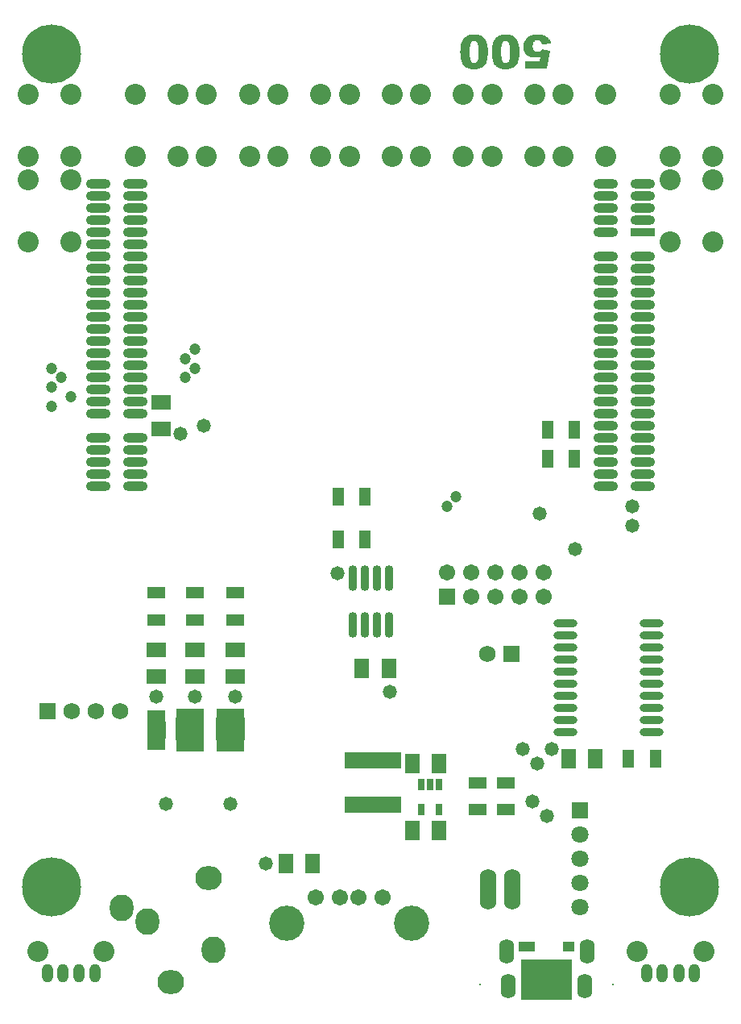
<source format=gts>
G04 Layer_Color=20142*
%FSLAX25Y25*%
%MOIN*%
G70*
G01*
G75*
%ADD57R,0.10249X0.03792*%
%ADD58O,0.10249X0.03792*%
%ADD59R,0.10249X0.16548*%
%ADD60R,0.02769X0.04343*%
%ADD61R,0.01981X0.04343*%
%ADD62O,0.03556X0.10642*%
%ADD63R,0.07887X0.05918*%
%ADD64R,0.07493X0.05131*%
%ADD65R,0.04934X0.07493*%
%ADD66O,0.09855X0.03162*%
%ADD67R,0.05918X0.07887*%
%ADD68R,0.23241X0.07099*%
%ADD69R,0.07493X0.04934*%
%ADD70R,0.03162X0.05131*%
%ADD71R,0.11824X0.04540*%
%ADD72C,0.08674*%
%ADD73O,0.04737X0.07690*%
%ADD74O,0.09855X0.11036*%
%ADD75O,0.11036X0.09855*%
%ADD76O,0.06312X0.10249*%
%ADD77C,0.00800*%
%ADD78C,0.14579*%
%ADD79C,0.06706*%
%ADD80R,0.06902X0.06902*%
%ADD81C,0.06902*%
%ADD82R,0.06800X0.06800*%
%ADD83C,0.06800*%
%ADD84R,0.06706X0.06706*%
%ADD85C,0.24422*%
%ADD86R,0.07099X0.07099*%
%ADD87C,0.07099*%
%ADD88C,0.05800*%
%ADD89C,0.04737*%
G36*
X309578Y498236D02*
X309910D01*
X310267Y498210D01*
X310675Y498159D01*
X311083Y498082D01*
X311466Y498006D01*
X311517Y497980D01*
X311619Y497955D01*
X311797Y497904D01*
X312027Y497802D01*
X312307Y497700D01*
X312588Y497572D01*
X313149Y497241D01*
X313175Y497215D01*
X313251Y497139D01*
X313379Y497037D01*
X313557Y496883D01*
X313736Y496730D01*
X313914Y496526D01*
X314272Y496067D01*
X314297Y496042D01*
X314348Y495940D01*
X314425Y495812D01*
X314501Y495608D01*
X314629Y495378D01*
X314731Y495098D01*
X314858Y494766D01*
X314960Y494409D01*
X311032Y493975D01*
Y494026D01*
X311006Y494128D01*
X310955Y494307D01*
X310904Y494511D01*
X310828Y494741D01*
X310700Y494970D01*
X310573Y495200D01*
X310394Y495404D01*
X310369Y495429D01*
X310292Y495480D01*
X310190Y495557D01*
X310037Y495634D01*
X309858Y495736D01*
X309629Y495812D01*
X309374Y495863D01*
X309119Y495889D01*
X308991D01*
X308838Y495863D01*
X308634Y495812D01*
X308430Y495736D01*
X308200Y495634D01*
X307971Y495480D01*
X307767Y495276D01*
X307741Y495251D01*
X307690Y495149D01*
X307588Y495021D01*
X307486Y494817D01*
X307410Y494562D01*
X307307Y494256D01*
X307256Y493899D01*
X307231Y493465D01*
Y493440D01*
Y493414D01*
Y493261D01*
X307256Y493031D01*
X307307Y492776D01*
X307358Y492470D01*
X307460Y492164D01*
X307588Y491884D01*
X307767Y491628D01*
X307792Y491603D01*
X307869Y491526D01*
X307971Y491450D01*
X308149Y491322D01*
X308353Y491220D01*
X308583Y491144D01*
X308889Y491067D01*
X309195Y491042D01*
X309297D01*
X309399Y491067D01*
X309552D01*
X309884Y491169D01*
X310088Y491220D01*
X310292Y491322D01*
X310318D01*
X310369Y491373D01*
X310445Y491424D01*
X310547Y491501D01*
X310675Y491603D01*
X310828Y491730D01*
X310981Y491884D01*
X311159Y492062D01*
X314450Y491577D01*
X313226Y484052D01*
X303991D01*
Y487164D01*
X310267D01*
X310598Y489256D01*
X310573Y489230D01*
X310496Y489205D01*
X310343Y489154D01*
X310190Y489077D01*
X309986Y489001D01*
X309756Y488924D01*
X309297Y488797D01*
X309272D01*
X309195Y488771D01*
X309068Y488746D01*
X308889Y488720D01*
X308711Y488695D01*
X308506Y488669D01*
X308047Y488644D01*
X307843D01*
X307690Y488669D01*
X307511D01*
X307307Y488720D01*
X306848Y488797D01*
X306287Y488950D01*
X305726Y489179D01*
X305445Y489332D01*
X305165Y489486D01*
X304909Y489690D01*
X304654Y489919D01*
X304629Y489945D01*
X304603Y489970D01*
X304527Y490047D01*
X304450Y490149D01*
X304348Y490276D01*
X304246Y490429D01*
X303991Y490787D01*
X303736Y491246D01*
X303532Y491807D01*
X303379Y492419D01*
X303353Y492751D01*
X303328Y493108D01*
Y493133D01*
Y493159D01*
Y493235D01*
Y493338D01*
X303353Y493593D01*
X303404Y493950D01*
X303506Y494332D01*
X303608Y494766D01*
X303787Y495251D01*
X304017Y495710D01*
Y495736D01*
X304042Y495761D01*
X304144Y495914D01*
X304297Y496144D01*
X304501Y496424D01*
X304782Y496730D01*
X305114Y497037D01*
X305496Y497343D01*
X305930Y497623D01*
X305955D01*
X305981Y497649D01*
X306057Y497674D01*
X306159Y497725D01*
X306261Y497776D01*
X306415Y497827D01*
X306772Y497929D01*
X307231Y498057D01*
X307792Y498159D01*
X308404Y498236D01*
X309093Y498261D01*
X309323D01*
X309578Y498236D01*
D02*
G37*
G36*
X313386Y99212D02*
X312598D01*
Y115748D01*
X313386D01*
Y99212D01*
D02*
G37*
G36*
X283481Y498236D02*
X283634D01*
X284042Y498184D01*
X284502Y498133D01*
X284986Y498031D01*
X285471Y497878D01*
X285905Y497700D01*
X285956Y497674D01*
X286083Y497598D01*
X286287Y497470D01*
X286517Y497292D01*
X286823Y497062D01*
X287104Y496781D01*
X287410Y496450D01*
X287690Y496067D01*
X287716Y496042D01*
X287767Y495914D01*
X287869Y495761D01*
X287971Y495506D01*
X288098Y495225D01*
X288226Y494868D01*
X288353Y494434D01*
X288456Y493975D01*
Y493950D01*
Y493924D01*
X288481Y493848D01*
X288507Y493746D01*
X288532Y493465D01*
X288583Y493083D01*
X288634Y492649D01*
X288685Y492139D01*
X288711Y491577D01*
X288736Y490991D01*
Y490940D01*
Y490812D01*
Y490608D01*
X288711Y490353D01*
X288685Y490021D01*
X288660Y489639D01*
X288609Y489230D01*
X288558Y488797D01*
X288379Y487878D01*
X288124Y486960D01*
X287971Y486526D01*
X287767Y486118D01*
X287563Y485761D01*
X287308Y485429D01*
X287282Y485404D01*
X287231Y485353D01*
X287155Y485276D01*
X287027Y485174D01*
X286874Y485047D01*
X286695Y484919D01*
X286466Y484766D01*
X286211Y484613D01*
X285930Y484486D01*
X285598Y484333D01*
X285241Y484205D01*
X284859Y484077D01*
X284425Y483975D01*
X283966Y483899D01*
X283456Y483848D01*
X282920Y483822D01*
X282690D01*
X282435Y483848D01*
X282103Y483873D01*
X281746Y483899D01*
X281364Y483975D01*
X280981Y484052D01*
X280624Y484179D01*
X280573Y484205D01*
X280471Y484231D01*
X280292Y484333D01*
X280088Y484435D01*
X279859Y484562D01*
X279604Y484715D01*
X279374Y484894D01*
X279144Y485098D01*
X279119Y485123D01*
X279042Y485200D01*
X278940Y485302D01*
X278813Y485455D01*
X278660Y485608D01*
X278507Y485812D01*
X278226Y486271D01*
X278201Y486297D01*
X278175Y486373D01*
X278099Y486501D01*
X278022Y486679D01*
X277945Y486883D01*
X277869Y487139D01*
X277767Y487394D01*
X277690Y487700D01*
Y487725D01*
X277665Y487776D01*
X277639Y487853D01*
X277614Y487981D01*
X277588Y488108D01*
X277563Y488287D01*
X277486Y488695D01*
X277410Y489179D01*
X277333Y489715D01*
X277308Y490327D01*
X277282Y490940D01*
Y490991D01*
Y491118D01*
Y491297D01*
X277308Y491552D01*
X277333Y491884D01*
X277359Y492241D01*
X277384Y492623D01*
X277435Y493057D01*
X277588Y493975D01*
X277818Y494894D01*
X277971Y495327D01*
X278150Y495761D01*
X278354Y496144D01*
X278583Y496501D01*
X278609Y496526D01*
X278634Y496577D01*
X278711Y496654D01*
X278838Y496781D01*
X278991Y496909D01*
X279170Y497062D01*
X279374Y497215D01*
X279629Y497368D01*
X279910Y497547D01*
X280241Y497700D01*
X280598Y497853D01*
X281007Y497980D01*
X281440Y498108D01*
X281925Y498184D01*
X282461Y498236D01*
X283022Y498261D01*
X283328D01*
X283481Y498236D01*
D02*
G37*
G36*
X296517D02*
X296670D01*
X297078Y498184D01*
X297537Y498133D01*
X298022Y498031D01*
X298506Y497878D01*
X298940Y497700D01*
X298991Y497674D01*
X299119Y497598D01*
X299323Y497470D01*
X299552Y497292D01*
X299858Y497062D01*
X300139Y496781D01*
X300445Y496450D01*
X300726Y496067D01*
X300751Y496042D01*
X300802Y495914D01*
X300904Y495761D01*
X301007Y495506D01*
X301134Y495225D01*
X301262Y494868D01*
X301389Y494434D01*
X301491Y493975D01*
Y493950D01*
Y493924D01*
X301517Y493848D01*
X301542Y493746D01*
X301568Y493465D01*
X301619Y493083D01*
X301670Y492649D01*
X301721Y492139D01*
X301746Y491577D01*
X301772Y490991D01*
Y490940D01*
Y490812D01*
Y490608D01*
X301746Y490353D01*
X301721Y490021D01*
X301695Y489639D01*
X301644Y489230D01*
X301593Y488797D01*
X301415Y487878D01*
X301160Y486960D01*
X301007Y486526D01*
X300802Y486118D01*
X300598Y485761D01*
X300343Y485429D01*
X300318Y485404D01*
X300267Y485353D01*
X300190Y485276D01*
X300063Y485174D01*
X299909Y485047D01*
X299731Y484919D01*
X299501Y484766D01*
X299246Y484613D01*
X298966Y484486D01*
X298634Y484333D01*
X298277Y484205D01*
X297894Y484077D01*
X297461Y483975D01*
X297001Y483899D01*
X296491Y483848D01*
X295955Y483822D01*
X295726D01*
X295471Y483848D01*
X295139Y483873D01*
X294782Y483899D01*
X294399Y483975D01*
X294017Y484052D01*
X293660Y484179D01*
X293609Y484205D01*
X293507Y484231D01*
X293328Y484333D01*
X293124Y484435D01*
X292894Y484562D01*
X292639Y484715D01*
X292410Y484894D01*
X292180Y485098D01*
X292155Y485123D01*
X292078Y485200D01*
X291976Y485302D01*
X291848Y485455D01*
X291695Y485608D01*
X291542Y485812D01*
X291262Y486271D01*
X291236Y486297D01*
X291211Y486373D01*
X291134Y486501D01*
X291058Y486679D01*
X290981Y486883D01*
X290904Y487139D01*
X290803Y487394D01*
X290726Y487700D01*
Y487725D01*
X290700Y487776D01*
X290675Y487853D01*
X290649Y487981D01*
X290624Y488108D01*
X290598Y488287D01*
X290522Y488695D01*
X290445Y489179D01*
X290369Y489715D01*
X290343Y490327D01*
X290318Y490940D01*
Y490991D01*
Y491118D01*
Y491297D01*
X290343Y491552D01*
X290369Y491884D01*
X290394Y492241D01*
X290420Y492623D01*
X290471Y493057D01*
X290624Y493975D01*
X290854Y494894D01*
X291006Y495327D01*
X291185Y495761D01*
X291389Y496144D01*
X291619Y496501D01*
X291644Y496526D01*
X291670Y496577D01*
X291746Y496654D01*
X291874Y496781D01*
X292027Y496909D01*
X292206Y497062D01*
X292410Y497215D01*
X292665Y497368D01*
X292945Y497547D01*
X293277Y497700D01*
X293634Y497853D01*
X294042Y497980D01*
X294476Y498108D01*
X294961Y498184D01*
X295496Y498236D01*
X296058Y498261D01*
X296364D01*
X296517Y498236D01*
D02*
G37*
G36*
X292157Y139921D02*
X285321D01*
Y149921D01*
X292157D01*
Y139921D01*
D02*
G37*
G36*
X155315Y207185D02*
X147834D01*
Y214075D01*
X155315D01*
Y207185D01*
D02*
G37*
G36*
X187992Y206398D02*
X176181D01*
Y215650D01*
X187992D01*
Y206398D01*
D02*
G37*
G36*
X302157Y139921D02*
X295321D01*
Y149921D01*
X302157D01*
Y139921D01*
D02*
G37*
G36*
X171260Y206398D02*
X159449D01*
Y215650D01*
X171260D01*
Y206398D01*
D02*
G37*
%LPC*%
G36*
X296083Y495608D02*
X295981D01*
X295853Y495582D01*
X295726Y495557D01*
X295547Y495506D01*
X295394Y495429D01*
X295216Y495327D01*
X295037Y495200D01*
X295012Y495174D01*
X294961Y495123D01*
X294884Y495021D01*
X294782Y494894D01*
X294680Y494690D01*
X294578Y494486D01*
X294476Y494205D01*
X294399Y493899D01*
Y493848D01*
X294374Y493720D01*
X294323Y493516D01*
X294272Y493210D01*
X294246Y492827D01*
X294195Y492343D01*
X294170Y491782D01*
Y491118D01*
Y491093D01*
Y490991D01*
Y490863D01*
Y490659D01*
X294195Y490455D01*
Y490174D01*
X294221Y489613D01*
X294297Y488975D01*
X294374Y488363D01*
X294425Y488083D01*
X294501Y487802D01*
X294578Y487572D01*
X294654Y487368D01*
X294680Y487317D01*
X294757Y487215D01*
X294859Y487062D01*
X295012Y486883D01*
X295216Y486705D01*
X295471Y486552D01*
X295751Y486450D01*
X296083Y486399D01*
X296134D01*
X296236Y486424D01*
X296415Y486450D01*
X296619Y486526D01*
X296848Y486628D01*
X297078Y486807D01*
X297307Y487062D01*
X297486Y487394D01*
X297512Y487445D01*
X297537Y487496D01*
X297563Y487598D01*
X297588Y487700D01*
X297614Y487827D01*
X297665Y488006D01*
X297690Y488210D01*
X297741Y488440D01*
X297792Y488695D01*
X297818Y489001D01*
X297843Y489307D01*
X297869Y489690D01*
X297894Y490072D01*
X297920Y490506D01*
Y490991D01*
Y491016D01*
Y491118D01*
Y491246D01*
Y491424D01*
X297894Y491628D01*
Y491884D01*
X297869Y492445D01*
X297818Y493057D01*
X297716Y493669D01*
X297665Y493950D01*
X297614Y494205D01*
X297537Y494434D01*
X297461Y494639D01*
X297435Y494690D01*
X297358Y494792D01*
X297256Y494945D01*
X297103Y495123D01*
X296899Y495302D01*
X296670Y495455D01*
X296389Y495557D01*
X296083Y495608D01*
D02*
G37*
G36*
X283047D02*
X282945D01*
X282818Y495582D01*
X282690Y495557D01*
X282512Y495506D01*
X282359Y495429D01*
X282180Y495327D01*
X282001Y495200D01*
X281976Y495174D01*
X281925Y495123D01*
X281849Y495021D01*
X281746Y494894D01*
X281644Y494690D01*
X281542Y494486D01*
X281440Y494205D01*
X281364Y493899D01*
Y493848D01*
X281338Y493720D01*
X281287Y493516D01*
X281236Y493210D01*
X281211Y492827D01*
X281160Y492343D01*
X281134Y491782D01*
Y491118D01*
Y491093D01*
Y490991D01*
Y490863D01*
Y490659D01*
X281160Y490455D01*
Y490174D01*
X281185Y489613D01*
X281262Y488975D01*
X281338Y488363D01*
X281389Y488083D01*
X281466Y487802D01*
X281542Y487572D01*
X281619Y487368D01*
X281644Y487317D01*
X281721Y487215D01*
X281823Y487062D01*
X281976Y486883D01*
X282180Y486705D01*
X282435Y486552D01*
X282716Y486450D01*
X283047Y486399D01*
X283098D01*
X283201Y486424D01*
X283379Y486450D01*
X283583Y486526D01*
X283813Y486628D01*
X284042Y486807D01*
X284272Y487062D01*
X284451Y487394D01*
X284476Y487445D01*
X284502Y487496D01*
X284527Y487598D01*
X284553Y487700D01*
X284578Y487827D01*
X284629Y488006D01*
X284655Y488210D01*
X284706Y488440D01*
X284757Y488695D01*
X284782Y489001D01*
X284808Y489307D01*
X284833Y489690D01*
X284859Y490072D01*
X284884Y490506D01*
Y490991D01*
Y491016D01*
Y491118D01*
Y491246D01*
Y491424D01*
X284859Y491628D01*
Y491884D01*
X284833Y492445D01*
X284782Y493057D01*
X284680Y493669D01*
X284629Y493950D01*
X284578Y494205D01*
X284502Y494434D01*
X284425Y494639D01*
X284399Y494690D01*
X284323Y494792D01*
X284221Y494945D01*
X284068Y495123D01*
X283864Y495302D01*
X283634Y495455D01*
X283353Y495557D01*
X283047Y495608D01*
D02*
G37*
%LPD*%
D57*
X352913Y416555D02*
D03*
D58*
Y421555D02*
D03*
Y426555D02*
D03*
Y431555D02*
D03*
Y436555D02*
D03*
X337559Y416555D02*
D03*
Y421555D02*
D03*
Y426555D02*
D03*
Y431555D02*
D03*
Y436555D02*
D03*
X352913Y311555D02*
D03*
Y316555D02*
D03*
Y321555D02*
D03*
Y326555D02*
D03*
Y331555D02*
D03*
Y336555D02*
D03*
Y341555D02*
D03*
Y346555D02*
D03*
Y351555D02*
D03*
Y356555D02*
D03*
Y361555D02*
D03*
Y366555D02*
D03*
Y371555D02*
D03*
Y376555D02*
D03*
Y381555D02*
D03*
Y386555D02*
D03*
Y391555D02*
D03*
Y396555D02*
D03*
Y401555D02*
D03*
Y406555D02*
D03*
X337559Y311555D02*
D03*
Y316555D02*
D03*
Y321555D02*
D03*
Y326555D02*
D03*
Y331555D02*
D03*
Y336555D02*
D03*
Y341555D02*
D03*
Y346555D02*
D03*
Y351555D02*
D03*
Y356555D02*
D03*
Y361555D02*
D03*
Y366555D02*
D03*
Y371555D02*
D03*
Y376555D02*
D03*
Y381555D02*
D03*
Y386555D02*
D03*
Y391555D02*
D03*
Y396555D02*
D03*
Y401555D02*
D03*
Y406555D02*
D03*
X142913Y341555D02*
D03*
Y346555D02*
D03*
Y351555D02*
D03*
Y356555D02*
D03*
Y361555D02*
D03*
Y366555D02*
D03*
Y371555D02*
D03*
Y376555D02*
D03*
Y381555D02*
D03*
Y386555D02*
D03*
Y391555D02*
D03*
Y396555D02*
D03*
Y401555D02*
D03*
Y406555D02*
D03*
Y411555D02*
D03*
Y416555D02*
D03*
Y421555D02*
D03*
Y426555D02*
D03*
Y431555D02*
D03*
Y436555D02*
D03*
X127559Y341555D02*
D03*
Y346555D02*
D03*
Y351555D02*
D03*
Y356555D02*
D03*
Y361555D02*
D03*
Y366555D02*
D03*
Y371555D02*
D03*
Y376555D02*
D03*
Y381555D02*
D03*
Y386555D02*
D03*
Y391555D02*
D03*
Y396555D02*
D03*
Y401555D02*
D03*
Y406555D02*
D03*
Y411555D02*
D03*
Y416555D02*
D03*
Y421555D02*
D03*
Y426555D02*
D03*
Y431555D02*
D03*
Y436555D02*
D03*
X142913Y311555D02*
D03*
Y316555D02*
D03*
Y321555D02*
D03*
Y326555D02*
D03*
Y331555D02*
D03*
X127559Y311555D02*
D03*
Y316555D02*
D03*
Y321555D02*
D03*
Y326555D02*
D03*
Y331555D02*
D03*
D59*
X318504Y107480D02*
D03*
X307480D02*
D03*
D60*
X323228Y121063D02*
D03*
X302756D02*
D03*
D61*
X320866D02*
D03*
X305118D02*
D03*
X307086D02*
D03*
D62*
X247657Y273425D02*
D03*
X242657D02*
D03*
X237657D02*
D03*
X232658D02*
D03*
X247657Y254134D02*
D03*
X242657D02*
D03*
X237657D02*
D03*
X232658D02*
D03*
D63*
X151575Y232677D02*
D03*
Y243701D02*
D03*
X184055Y232677D02*
D03*
Y243701D02*
D03*
X167323Y232677D02*
D03*
Y243701D02*
D03*
X153543Y335039D02*
D03*
Y346063D02*
D03*
D64*
X151575Y267520D02*
D03*
Y256102D02*
D03*
X184055Y267520D02*
D03*
Y256102D02*
D03*
X167323Y267520D02*
D03*
Y256102D02*
D03*
X151575Y204921D02*
D03*
Y216338D02*
D03*
D65*
X324508Y322834D02*
D03*
X313287D02*
D03*
X324508Y334646D02*
D03*
X313287D02*
D03*
X346752Y198819D02*
D03*
X357972D02*
D03*
X226673Y289370D02*
D03*
X237894D02*
D03*
X226673Y307087D02*
D03*
X237894D02*
D03*
D66*
X356496Y209783D02*
D03*
Y214783D02*
D03*
Y219783D02*
D03*
Y224783D02*
D03*
Y229783D02*
D03*
Y234783D02*
D03*
Y239783D02*
D03*
Y244783D02*
D03*
Y249783D02*
D03*
Y254783D02*
D03*
X320669Y209783D02*
D03*
Y214783D02*
D03*
Y219783D02*
D03*
Y224783D02*
D03*
Y229783D02*
D03*
Y234783D02*
D03*
Y239783D02*
D03*
Y244783D02*
D03*
Y249783D02*
D03*
Y254783D02*
D03*
D67*
X322244Y198819D02*
D03*
X333268D02*
D03*
X205118Y155512D02*
D03*
X216142D02*
D03*
X247638Y236221D02*
D03*
X236614D02*
D03*
X257283Y169291D02*
D03*
X268307D02*
D03*
X257283Y196850D02*
D03*
X268307D02*
D03*
D68*
X241142Y179724D02*
D03*
Y198228D02*
D03*
D69*
X296260Y177726D02*
D03*
Y188946D02*
D03*
X284449Y188946D02*
D03*
Y177726D02*
D03*
D70*
X268504Y177953D02*
D03*
X261023D02*
D03*
Y188189D02*
D03*
X264764D02*
D03*
X268504D02*
D03*
D71*
X182087Y217028D02*
D03*
Y204232D02*
D03*
X165354Y217028D02*
D03*
Y204232D02*
D03*
D72*
X350394Y119134D02*
D03*
X377953D02*
D03*
X364173Y447834D02*
D03*
Y473425D02*
D03*
X381890D02*
D03*
Y447834D02*
D03*
X319882D02*
D03*
Y473425D02*
D03*
X337598D02*
D03*
Y447834D02*
D03*
X290354D02*
D03*
Y473425D02*
D03*
X308071D02*
D03*
Y447834D02*
D03*
X116142Y447835D02*
D03*
Y473425D02*
D03*
X98425D02*
D03*
Y447835D02*
D03*
X160433Y447834D02*
D03*
Y473425D02*
D03*
X142716D02*
D03*
Y447834D02*
D03*
X189960D02*
D03*
Y473425D02*
D03*
X172244D02*
D03*
Y447834D02*
D03*
X219488D02*
D03*
Y473425D02*
D03*
X201771D02*
D03*
Y447834D02*
D03*
X249015D02*
D03*
Y473425D02*
D03*
X231299D02*
D03*
Y447834D02*
D03*
X278543D02*
D03*
Y473425D02*
D03*
X260827D02*
D03*
Y447834D02*
D03*
X381890Y412401D02*
D03*
Y437992D02*
D03*
X364173D02*
D03*
Y412401D02*
D03*
X102362Y119134D02*
D03*
X129921D02*
D03*
X116141Y412401D02*
D03*
Y437992D02*
D03*
X98425D02*
D03*
Y412401D02*
D03*
D73*
X354331Y110236D02*
D03*
X374016D02*
D03*
X360728D02*
D03*
X367618D02*
D03*
X106299D02*
D03*
X125984D02*
D03*
X112697D02*
D03*
X119587D02*
D03*
D74*
X175197Y119685D02*
D03*
X147638Y131496D02*
D03*
X137008Y137008D02*
D03*
D75*
X173228Y149606D02*
D03*
X157480Y106299D02*
D03*
D76*
X296319Y119291D02*
D03*
X329665D02*
D03*
X328878Y104724D02*
D03*
X297106D02*
D03*
D77*
X340551Y105512D02*
D03*
X285433D02*
D03*
D78*
X257165Y130905D02*
D03*
X205433D02*
D03*
D79*
X245079Y141575D02*
D03*
X235236D02*
D03*
X227362D02*
D03*
X217520D02*
D03*
X271654Y275748D02*
D03*
X281653Y265748D02*
D03*
Y275748D02*
D03*
X291653Y265748D02*
D03*
Y275748D02*
D03*
X301654Y265748D02*
D03*
Y275748D02*
D03*
X311653Y265748D02*
D03*
Y275748D02*
D03*
D80*
X106299Y218504D02*
D03*
D81*
X116299D02*
D03*
X126299D02*
D03*
X136299D02*
D03*
D82*
X298307Y242126D02*
D03*
D83*
X288307D02*
D03*
X288740Y139921D02*
D03*
X298740D02*
D03*
Y149921D02*
D03*
X288740D02*
D03*
D84*
X271654Y265748D02*
D03*
D85*
X372047Y145669D02*
D03*
X108267Y490157D02*
D03*
Y145669D02*
D03*
X372047Y490157D02*
D03*
D86*
X326771Y177480D02*
D03*
D87*
Y167480D02*
D03*
Y157480D02*
D03*
Y147480D02*
D03*
Y137480D02*
D03*
D88*
X348425Y295275D02*
D03*
Y303150D02*
D03*
X196850Y155512D02*
D03*
X324803Y285433D02*
D03*
X312992Y175197D02*
D03*
X307086Y181102D02*
D03*
X314961Y202756D02*
D03*
X309055Y196850D02*
D03*
X303150Y202756D02*
D03*
X182087Y180118D02*
D03*
X248031Y226378D02*
D03*
X184055Y224410D02*
D03*
X167323D02*
D03*
X151575D02*
D03*
X226378Y275590D02*
D03*
X310039Y300197D02*
D03*
X155512Y180118D02*
D03*
X171260Y336614D02*
D03*
X161417Y333071D02*
D03*
D89*
X271653Y303150D02*
D03*
X275590Y307086D02*
D03*
X108268Y352362D02*
D03*
X108267Y360236D02*
D03*
X108268Y344488D02*
D03*
X112205Y356299D02*
D03*
X116141Y348425D02*
D03*
X163386Y356299D02*
D03*
X167323Y360236D02*
D03*
X163386Y364173D02*
D03*
X167323Y368110D02*
D03*
M02*

</source>
